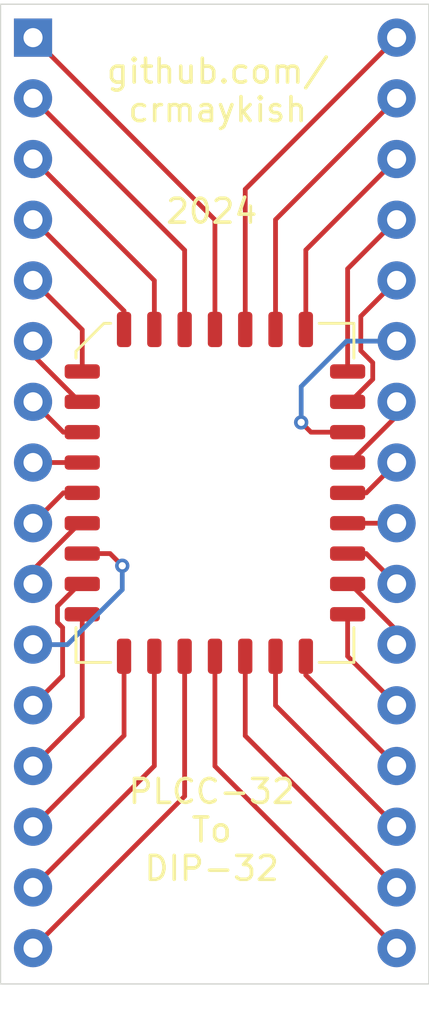
<source format=kicad_pcb>
(kicad_pcb (version 20240108) (generator "pcbnew") (generator_version "8.0")
  (layers (0 "F.Cu" signal) (31 "B.Cu" signal) (34 "B.Paste" user) (35 "F.Paste" user) (36 "B.SilkS" user "B.Silkscreen") (37 "F.SilkS" user "F.Silkscreen") (38 "B.Mask" user) (39 "F.Mask" user) (44 "Edge.Cuts" user))
  (net 0 "")
  (net 1 "D7")
  (net 2 "A18")
  (net 3 "D5")
  (net 4 "{slash}OE")
  (net 5 "{slash}CE")
  (net 6 "A8")
  (net 7 "A14")
  (net 8 "D2")
  (net 9 "{slash}WE")
  (net 10 "D0")
  (net 11 "A5")
  (net 12 "A17")
  (net 13 "D6")
  (net 14 "A12")
  (net 15 "D1")
  (net 16 "A16")
  (net 17 "D3")
  (net 18 "D4")
  (net 19 "A13")
  (net 20 "GND")
  (net 21 "A11")
  (net 22 "VCC")
  (net 23 "A10")
  (net 24 "A1")
  (net 25 "A7")
  (net 26 "A9")
  (net 27 "A6")
  (net 28 "A15")
  (net 29 "A3")
  (net 30 "A0")
  (net 31 "A4")
  (net 32 "A2")
  (footprint "Package_DIP:DIP-32_W15.24mm" (layer "F.Cu") (at 133.76 68.9)
    (property "Reference" "U1" (hide yes))
    (property "Value" "SST39SF040")
    (pad "1" thru_hole rect (at 0 0) (size 1.6 1.6) (drill 0.8) (layers "*.Cu" "*.Mask") (net 2 "A18"))
    (pad "2" thru_hole oval (at 0 2.54) (size 1.6 1.6) (drill 0.8) (layers "*.Cu" "*.Mask") (net 16 "A16"))
    (pad "3" thru_hole oval (at 0 5.08) (size 1.6 1.6) (drill 0.8) (layers "*.Cu" "*.Mask") (net 28 "A15"))
    (pad "4" thru_hole oval (at 0 7.62) (size 1.6 1.6) (drill 0.8) (layers "*.Cu" "*.Mask") (net 14 "A12"))
    (pad "5" thru_hole oval (at 0 10.16) (size 1.6 1.6) (drill 0.8) (layers "*.Cu" "*.Mask") (net 25 "A7"))
    (pad "6" thru_hole oval (at 0 12.7) (size 1.6 1.6) (drill 0.8) (layers "*.Cu" "*.Mask") (net 27 "A6"))
    (pad "7" thru_hole oval (at 0 15.24) (size 1.6 1.6) (drill 0.8) (layers "*.Cu" "*.Mask") (net 11 "A5"))
    (pad "8" thru_hole oval (at 0 17.78) (size 1.6 1.6) (drill 0.8) (layers "*.Cu" "*.Mask") (net 31 "A4"))
    (pad "9" thru_hole oval (at 0 20.32) (size 1.6 1.6) (drill 0.8) (layers "*.Cu" "*.Mask") (net 29 "A3"))
    (pad "10" thru_hole oval (at 0 22.86) (size 1.6 1.6) (drill 0.8) (layers "*.Cu" "*.Mask") (net 32 "A2"))
    (pad "11" thru_hole oval (at 0 25.4) (size 1.6 1.6) (drill 0.8) (layers "*.Cu" "*.Mask") (net 24 "A1"))
    (pad "12" thru_hole oval (at 0 27.94) (size 1.6 1.6) (drill 0.8) (layers "*.Cu" "*.Mask") (net 30 "A0"))
    (pad "13" thru_hole oval (at 0 30.48) (size 1.6 1.6) (drill 0.8) (layers "*.Cu" "*.Mask") (net 10 "D0"))
    (pad "14" thru_hole oval (at 0 33.02) (size 1.6 1.6) (drill 0.8) (layers "*.Cu" "*.Mask") (net 15 "D1"))
    (pad "15" thru_hole oval (at 0 35.56) (size 1.6 1.6) (drill 0.8) (layers "*.Cu" "*.Mask") (net 8 "D2"))
    (pad "16" thru_hole oval (at 0 38.1) (size 1.6 1.6) (drill 0.8) (layers "*.Cu" "*.Mask") (net 20 "GND"))
    (pad "17" thru_hole oval (at 15.24 38.1) (size 1.6 1.6) (drill 0.8) (layers "*.Cu" "*.Mask") (net 17 "D3"))
    (pad "18" thru_hole oval (at 15.24 35.56) (size 1.6 1.6) (drill 0.8) (layers "*.Cu" "*.Mask") (net 18 "D4"))
    (pad "19" thru_hole oval (at 15.24 33.02) (size 1.6 1.6) (drill 0.8) (layers "*.Cu" "*.Mask") (net 3 "D5"))
    (pad "20" thru_hole oval (at 15.24 30.48) (size 1.6 1.6) (drill 0.8) (layers "*.Cu" "*.Mask") (net 13 "D6"))
    (pad "21" thru_hole oval (at 15.24 27.94) (size 1.6 1.6) (drill 0.8) (layers "*.Cu" "*.Mask") (net 1 "D7"))
    (pad "22" thru_hole oval (at 15.24 25.4) (size 1.6 1.6) (drill 0.8) (layers "*.Cu" "*.Mask") (net 5 "{slash}CE"))
    (pad "23" thru_hole oval (at 15.24 22.86) (size 1.6 1.6) (drill 0.8) (layers "*.Cu" "*.Mask") (net 23 "A10"))
    (pad "24" thru_hole oval (at 15.24 20.32) (size 1.6 1.6) (drill 0.8) (layers "*.Cu" "*.Mask") (net 4 "{slash}OE"))
    (pad "25" thru_hole oval (at 15.24 17.78) (size 1.6 1.6) (drill 0.8) (layers "*.Cu" "*.Mask") (net 21 "A11"))
    (pad "26" thru_hole oval (at 15.24 15.24) (size 1.6 1.6) (drill 0.8) (layers "*.Cu" "*.Mask") (net 26 "A9"))
    (pad "27" thru_hole oval (at 15.24 12.7) (size 1.6 1.6) (drill 0.8) (layers "*.Cu" "*.Mask") (net 6 "A8"))
    (pad "28" thru_hole oval (at 15.24 10.16) (size 1.6 1.6) (drill 0.8) (layers "*.Cu" "*.Mask") (net 19 "A13"))
    (pad "29" thru_hole oval (at 15.24 7.62) (size 1.6 1.6) (drill 0.8) (layers "*.Cu" "*.Mask") (net 7 "A14"))
    (pad "30" thru_hole oval (at 15.24 5.08) (size 1.6 1.6) (drill 0.8) (layers "*.Cu" "*.Mask") (net 12 "A17"))
    (pad "31" thru_hole oval (at 15.24 2.54) (size 1.6 1.6) (drill 0.8) (layers "*.Cu" "*.Mask") (net 9 "{slash}WE"))
    (pad "32" thru_hole oval (at 15.24 0) (size 1.6 1.6) (drill 0.8) (layers "*.Cu" "*.Mask") (net 22 "VCC"))
  )
  (footprint "Package_LCC:PLCC-32_11.4x14.0mm_P1.27mm" (layer "F.Cu") (at 141.385 87.95)
    (property "Reference" "U2" (hide yes))
    (property "Value" "SST39SF040")
    (fp_line (start -5.825 -5.922782) (end -5.825 -5.64) (stroke (width 0.12)) (layer "F.SilkS"))
    (fp_line (start -5.825 7.095) (end -5.825 5.64) (stroke (width 0.12)) (layer "F.SilkS"))
    (fp_line (start -4.652782 -7.095) (end -5.825 -5.922782) (stroke (width 0.12)) (layer "F.SilkS"))
    (fp_line (start -4.37 -7.095) (end -4.652782 -7.095) (stroke (width 0.12)) (layer "F.SilkS"))
    (fp_line (start -4.37 7.095) (end -5.825 7.095) (stroke (width 0.12)) (layer "F.SilkS"))
    (fp_line (start 4.37 -7.095) (end 5.825 -7.095) (stroke (width 0.12)) (layer "F.SilkS"))
    (fp_line (start 4.37 7.095) (end 5.825 7.095) (stroke (width 0.12)) (layer "F.SilkS"))
    (fp_line (start 5.825 -7.095) (end 5.825 -5.64) (stroke (width 0.12)) (layer "F.SilkS"))
    (fp_line (start 5.825 7.095) (end 5.825 5.64) (stroke (width 0.12)) (layer "F.SilkS"))
    (pad "1" smd roundrect (at 0 -6.8375) (size 0.6 1.475) (layers "F.Cu" "F.Paste" "F.Mask") (net 2 "A18"))
    (pad "2" smd roundrect (at -1.27 -6.8375) (size 0.6 1.475) (layers "F.Cu" "F.Paste" "F.Mask") (net 16 "A16"))
    (pad "3" smd roundrect (at -2.54 -6.8375) (size 0.6 1.475) (layers "F.Cu" "F.Paste" "F.Mask") (net 28 "A15"))
    (pad "4" smd roundrect (at -3.81 -6.8375) (size 0.6 1.475) (layers "F.Cu" "F.Paste" "F.Mask") (net 14 "A12"))
    (pad "5" smd roundrect (at -5.5625 -5.08) (size 1.475 0.6) (layers "F.Cu" "F.Paste" "F.Mask") (net 25 "A7"))
    (pad "6" smd roundrect (at -5.5625 -3.81) (size 1.475 0.6) (layers "F.Cu" "F.Paste" "F.Mask") (net 27 "A6"))
    (pad "7" smd roundrect (at -5.5625 -2.54) (size 1.475 0.6) (layers "F.Cu" "F.Paste" "F.Mask") (net 11 "A5"))
    (pad "8" smd roundrect (at -5.5625 -1.27) (size 1.475 0.6) (layers "F.Cu" "F.Paste" "F.Mask") (net 31 "A4"))
    (pad "9" smd roundrect (at -5.5625 0) (size 1.475 0.6) (layers "F.Cu" "F.Paste" "F.Mask") (net 29 "A3"))
    (pad "10" smd roundrect (at -5.5625 1.27) (size 1.475 0.6) (layers "F.Cu" "F.Paste" "F.Mask") (net 32 "A2"))
    (pad "11" smd roundrect (at -5.5625 2.54) (size 1.475 0.6) (layers "F.Cu" "F.Paste" "F.Mask") (net 24 "A1"))
    (pad "12" smd roundrect (at -5.5625 3.81) (size 1.475 0.6) (layers "F.Cu" "F.Paste" "F.Mask") (net 30 "A0"))
    (pad "13" smd roundrect (at -5.5625 5.08) (size 1.475 0.6) (layers "F.Cu" "F.Paste" "F.Mask") (net 10 "D0"))
    (pad "14" smd roundrect (at -3.81 6.8375) (size 0.6 1.475) (layers "F.Cu" "F.Paste" "F.Mask") (net 15 "D1"))
    (pad "15" smd roundrect (at -2.54 6.8375) (size 0.6 1.475) (layers "F.Cu" "F.Paste" "F.Mask") (net 8 "D2"))
    (pad "16" smd roundrect (at -1.27 6.8375) (size 0.6 1.475) (layers "F.Cu" "F.Paste" "F.Mask") (net 20 "GND"))
    (pad "17" smd roundrect (at 0 6.8375) (size 0.6 1.475) (layers "F.Cu" "F.Paste" "F.Mask") (net 17 "D3"))
    (pad "18" smd roundrect (at 1.27 6.8375) (size 0.6 1.475) (layers "F.Cu" "F.Paste" "F.Mask") (net 18 "D4"))
    (pad "19" smd roundrect (at 2.54 6.8375) (size 0.6 1.475) (layers "F.Cu" "F.Paste" "F.Mask") (net 3 "D5"))
    (pad "20" smd roundrect (at 3.81 6.8375) (size 0.6 1.475) (layers "F.Cu" "F.Paste" "F.Mask") (net 13 "D6"))
    (pad "21" smd roundrect (at 5.5625 5.08) (size 1.475 0.6) (layers "F.Cu" "F.Paste" "F.Mask") (net 1 "D7"))
    (pad "22" smd roundrect (at 5.5625 3.81) (size 1.475 0.6) (layers "F.Cu" "F.Paste" "F.Mask") (net 5 "{slash}CE"))
    (pad "23" smd roundrect (at 5.5625 2.54) (size 1.475 0.6) (layers "F.Cu" "F.Paste" "F.Mask") (net 23 "A10"))
    (pad "24" smd roundrect (at 5.5625 1.27) (size 1.475 0.6) (layers "F.Cu" "F.Paste" "F.Mask") (net 4 "{slash}OE"))
    (pad "25" smd roundrect (at 5.5625 0) (size 1.475 0.6) (layers "F.Cu" "F.Paste" "F.Mask") (net 21 "A11"))
    (pad "26" smd roundrect (at 5.5625 -1.27) (size 1.475 0.6) (layers "F.Cu" "F.Paste" "F.Mask") (net 26 "A9"))
    (pad "27" smd roundrect (at 5.5625 -2.54) (size 1.475 0.6) (layers "F.Cu" "F.Paste" "F.Mask") (net 6 "A8"))
    (pad "28" smd roundrect (at 5.5625 -3.81) (size 1.475 0.6) (layers "F.Cu" "F.Paste" "F.Mask") (net 19 "A13"))
    (pad "29" smd roundrect (at 5.5625 -5.08) (size 1.475 0.6) (layers "F.Cu" "F.Paste" "F.Mask") (net 7 "A14"))
    (pad "30" smd roundrect (at 3.81 -6.8375) (size 0.6 1.475) (layers "F.Cu" "F.Paste" "F.Mask") (net 12 "A17"))
    (pad "31" smd roundrect (at 2.54 -6.8375) (size 0.6 1.475) (layers "F.Cu" "F.Paste" "F.Mask") (net 9 "{slash}WE"))
    (pad "32" smd roundrect (at 1.27 -6.8375) (size 0.6 1.475) (layers "F.Cu" "F.Paste" "F.Mask") (net 22 "VCC"))
  )
  (gr_rect (start 132.4 67.5) (end 150.35 108.5) (stroke (width 0.05)) (fill none) (layer "Edge.Cuts"))
  (gr_text "PLCC-32\nTo\nDIP-32" (at 141.25 104.25 0) (layer "F.SilkS") (effects (font (size 1 1)) (justify bottom)))
  (gr_text "github.com/\ncrmaykish" (at 141.5 72.5 0) (layer "F.SilkS") (effects (font (size 1 1)) (justify bottom)))
  (gr_text "2024\n" (at 141.25 76.75 0) (layer "F.SilkS") (effects (font (size 1 1)) (justify bottom)))
  (segment (start 146.9475 94.7875) (end 149 96.84) (width 0.2) (layer "F.Cu") (net 1))
  (segment (start 146.9475 93.03) (end 146.9475 94.7875) (width 0.2) (layer "F.Cu") (net 1))
  (segment (start 141.385 76.525) (end 133.76 68.9) (width 0.2) (layer "F.Cu") (net 2))
  (segment (start 141.385 81.1125) (end 141.385 76.525) (width 0.2) (layer "F.Cu") (net 2))
  (segment (start 143.925 96.845) (end 149 101.92) (width 0.2) (layer "F.Cu") (net 3))
  (segment (start 143.925 94.7875) (end 143.925 96.845) (width 0.2) (layer "F.Cu") (net 3))
  (segment (start 146.9475 89.22) (end 149 89.22) (width 0.2) (layer "F.Cu") (net 4))
  (segment (start 147.055552 91.76) (end 149 93.704448) (width 0.2) (layer "F.Cu") (net 5))
  (segment (start 146.9475 91.76) (end 147.055552 91.76) (width 0.2) (layer "F.Cu") (net 5))
  (segment (start 149 93.704448) (end 149 94.3) (width 0.2) (layer "F.Cu") (net 5))
  (segment (start 146.9475 85.41) (end 145.41 85.41) (width 0.2) (layer "F.Cu") (net 6))
  (segment (start 145.41 85.41) (end 145 85) (width 0.2) (layer "F.Cu") (net 6))
  (via (at 145 85) (size 0.6) (drill 0.3) (layers "F.Cu" "B.Cu") (net 6))
  (segment (start 145 83.5) (end 146.9 81.6) (width 0.2) (layer "B.Cu") (net 6))
  (segment (start 145 85) (end 145 83.5) (width 0.2) (layer "B.Cu") (net 6))
  (segment (start 146.9 81.6) (end 149 81.6) (width 0.2) (layer "B.Cu") (net 6))
  (segment (start 146.9475 82.87) (end 146.9475 78.5725) (width 0.2) (layer "F.Cu") (net 7))
  (segment (start 146.9475 78.5725) (end 149 76.52) (width 0.2) (layer "F.Cu") (net 7))
  (segment (start 138.845 94.7875) (end 138.845 99.375) (width 0.2) (layer "F.Cu") (net 8))
  (segment (start 138.845 99.375) (end 133.76 104.46) (width 0.2) (layer "F.Cu") (net 8))
  (segment (start 143.925 76.515) (end 149 71.44) (width 0.2) (layer "F.Cu") (net 9))
  (segment (start 143.925 81.1125) (end 143.925 76.515) (width 0.2) (layer "F.Cu") (net 9))
  (segment (start 135.8225 93.03) (end 135.8225 97.3175) (width 0.2) (layer "F.Cu") (net 10))
  (segment (start 135.8225 97.3175) (end 133.76 99.38) (width 0.2) (layer "F.Cu") (net 10))
  (segment (start 135.03 85.41) (end 133.76 84.14) (width 0.2) (layer "F.Cu") (net 11))
  (segment (start 135.8225 85.41) (end 135.03 85.41) (width 0.2) (layer "F.Cu") (net 11))
  (segment (start 145.195 77.785) (end 149 73.98) (width 0.2) (layer "F.Cu") (net 12))
  (segment (start 145.195 81.1125) (end 145.195 77.785) (width 0.2) (layer "F.Cu") (net 12))
  (segment (start 145.195 94.7875) (end 145.195 95.575) (width 0.2) (layer "F.Cu") (net 13))
  (segment (start 145.195 95.575) (end 149 99.38) (width 0.2) (layer "F.Cu") (net 13))
  (segment (start 137.575 81.1125) (end 137.575 80.335) (width 0.2) (layer "F.Cu") (net 14))
  (segment (start 137.575 80.335) (end 133.76 76.52) (width 0.2) (layer "F.Cu") (net 14))
  (segment (start 137.575 94.7875) (end 137.575 98.105) (width 0.2) (layer "F.Cu") (net 15))
  (segment (start 137.575 98.105) (end 133.76 101.92) (width 0.2) (layer "F.Cu") (net 15))
  (segment (start 140.115 81.1125) (end 140.115 77.795) (width 0.2) (layer "F.Cu") (net 16))
  (segment (start 140.115 77.795) (end 133.76 71.44) (width 0.2) (layer "F.Cu") (net 16))
  (segment (start 141.385 99.385) (end 149 107) (width 0.2) (layer "F.Cu") (net 17))
  (segment (start 141.385 94.7875) (end 141.385 99.385) (width 0.2) (layer "F.Cu") (net 17))
  (segment (start 142.655 98.115) (end 149 104.46) (width 0.2) (layer "F.Cu") (net 18))
  (segment (start 142.655 94.7875) (end 142.655 98.115) (width 0.2) (layer "F.Cu") (net 18))
  (segment (start 146.9475 84.14) (end 147.055552 84.14) (width 0.2) (layer "F.Cu") (net 19))
  (segment (start 147.5 82) (end 147.5 80.56) (width 0.2) (layer "F.Cu") (net 19))
  (segment (start 148 83.195552) (end 148 82.5) (width 0.2) (layer "F.Cu") (net 19))
  (segment (start 147.5 80.56) (end 149 79.06) (width 0.2) (layer "F.Cu") (net 19))
  (segment (start 148 82.5) (end 147.5 82) (width 0.2) (layer "F.Cu") (net 19))
  (segment (start 147.055552 84.14) (end 148 83.195552) (width 0.2) (layer "F.Cu") (net 19))
  (segment (start 140.115 100.645) (end 133.76 107) (width 0.2) (layer "F.Cu") (net 20))
  (segment (start 140.115 94.7875) (end 140.115 100.645) (width 0.2) (layer "F.Cu") (net 20))
  (segment (start 147.73 87.95) (end 149 86.68) (width 0.2) (layer "F.Cu") (net 21))
  (segment (start 146.9475 87.95) (end 147.73 87.95) (width 0.2) (layer "F.Cu") (net 21))
  (segment (start 142.655 75.245) (end 149 68.9) (width 0.2) (layer "F.Cu") (net 22))
  (segment (start 142.655 81.1125) (end 142.655 75.245) (width 0.2) (layer "F.Cu") (net 22))
  (segment (start 146.9475 90.49) (end 147.73 90.49) (width 0.2) (layer "F.Cu") (net 23))
  (segment (start 147.73 90.49) (end 149 91.76) (width 0.2) (layer "F.Cu") (net 23))
  (segment (start 135.8225 90.49) (end 136.99 90.49) (width 0.2) (layer "F.Cu") (net 24))
  (segment (start 136.99 90.49) (end 137.5 91) (width 0.2) (layer "F.Cu") (net 24))
  (via (at 137.5 91) (size 0.6) (drill 0.3) (layers "F.Cu" "B.Cu") (net 24))
  (segment (start 135.2 94.3) (end 133.76 94.3) (width 0.2) (layer "B.Cu") (net 24))
  (segment (start 137.5 92) (end 135.2 94.3) (width 0.2) (layer "B.Cu") (net 24))
  (segment (start 137.5 91) (end 137.5 92) (width 0.2) (layer "B.Cu") (net 24))
  (segment (start 135.8225 82.87) (end 135.8225 81.1225) (width 0.2) (layer "F.Cu") (net 25))
  (segment (start 135.8225 81.1225) (end 133.76 79.06) (width 0.2) (layer "F.Cu") (net 25))
  (segment (start 146.9475 86.68) (end 147.055552 86.68) (width 0.2) (layer "F.Cu") (net 26))
  (segment (start 149 84.735552) (end 149 84.14) (width 0.2) (layer "F.Cu") (net 26))
  (segment (start 147.055552 86.68) (end 149 84.735552) (width 0.2) (layer "F.Cu") (net 26))
  (segment (start 135.8225 84.14) (end 135.714448 84.14) (width 0.2) (layer "F.Cu") (net 27))
  (segment (start 135.714448 84.14) (end 133.76 82.185552) (width 0.2) (layer "F.Cu") (net 27))
  (segment (start 133.76 82.185552) (end 133.76 81.6) (width 0.2) (layer "F.Cu") (net 27))
  (segment (start 138.845 81.1125) (end 138.845 79.065) (width 0.2) (layer "F.Cu") (net 28))
  (segment (start 138.845 79.065) (end 133.76 73.98) (width 0.2) (layer "F.Cu") (net 28))
  (segment (start 135.8225 87.95) (end 135.03 87.95) (width 0.2) (layer "F.Cu") (net 29))
  (segment (start 135.03 87.95) (end 133.76 89.22) (width 0.2) (layer "F.Cu") (net 29))
  (segment (start 135 93.585552) (end 135 95.6) (width 0.2) (layer "F.Cu") (net 30))
  (segment (start 134.785 92.689448) (end 134.785 93.370552) (width 0.2) (layer "F.Cu") (net 30))
  (segment (start 135 95.6) (end 133.76 96.84) (width 0.2) (layer "F.Cu") (net 30))
  (segment (start 135.8225 91.76) (end 135.714448 91.76) (width 0.2) (layer "F.Cu") (net 30))
  (segment (start 134.785 93.370552) (end 135 93.585552) (width 0.2) (layer "F.Cu") (net 30))
  (segment (start 135.714448 91.76) (end 134.785 92.689448) (width 0.2) (layer "F.Cu") (net 30))
  (segment (start 135.8225 86.68) (end 133.76 86.68) (width 0.2) (layer "F.Cu") (net 31))
  (segment (start 135.8225 89.22) (end 135.714448 89.22) (width 0.2) (layer "F.Cu") (net 32))
  (segment (start 135.714448 89.22) (end 133.76 91.174448) (width 0.2) (layer "F.Cu") (net 32))
  (segment (start 133.76 91.174448) (end 133.76 91.76) (width 0.2) (layer "F.Cu") (net 32))
)
</source>
